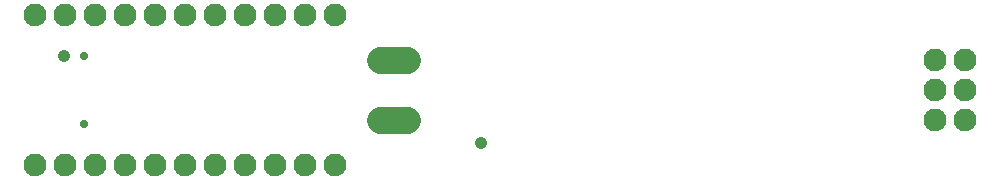
<source format=gbr>
G04 EAGLE Gerber RS-274X export*
G75*
%MOMM*%
%FSLAX34Y34*%
%LPD*%
%INGBS*%
%IPPOS*%
%AMOC8*
5,1,8,0,0,1.08239X$1,22.5*%
G01*
%ADD10C,2.300800*%
%ADD11C,0.700800*%
%ADD12C,1.930400*%
%ADD13C,1.050800*%


D10*
X312420Y-25400D02*
X334920Y-25400D01*
X334920Y25400D02*
X312420Y25400D01*
D11*
X61750Y28900D03*
X61750Y-28900D03*
D12*
X20320Y63500D03*
X45720Y63500D03*
X71120Y63500D03*
X96520Y63500D03*
X121920Y63500D03*
X147320Y63500D03*
X172720Y63500D03*
X198120Y63500D03*
X223520Y63500D03*
X248920Y63500D03*
X274320Y63500D03*
X20320Y-63500D03*
X45720Y-63500D03*
X71120Y-63500D03*
X96520Y-63500D03*
X121920Y-63500D03*
X147320Y-63500D03*
X172720Y-63500D03*
X198120Y-63500D03*
X223520Y-63500D03*
X248920Y-63500D03*
X274320Y-63500D03*
D13*
X44450Y29210D03*
X397510Y-44450D03*
D12*
X807720Y-25400D03*
X782320Y-25400D03*
X807720Y0D03*
X782320Y0D03*
X807720Y25400D03*
X782320Y25400D03*
M02*

</source>
